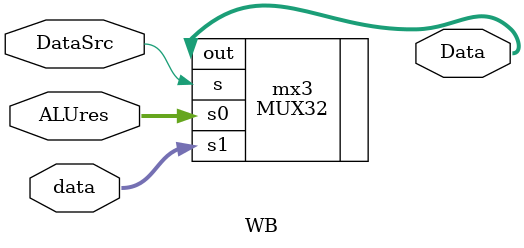
<source format=v>
module WB(input[31:0] data,input[31:0] ALUres, input DataSrc, 
       output [31:0]Data);
       
       MUX32 mx3(.s0(ALUres) , .s1(data) , .s(DataSrc) , .out(Data));
endmodule

</source>
